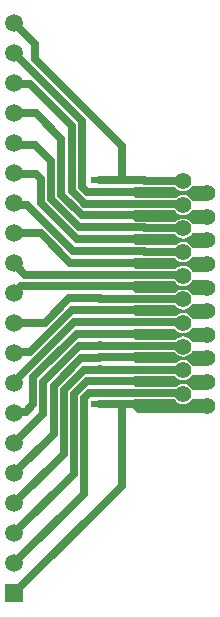
<source format=gtl>
G04*
G04 #@! TF.GenerationSoftware,Altium Limited,Altium Designer,20.1.7 (139)*
G04*
G04 Layer_Physical_Order=1*
G04 Layer_Color=255*
%FSLAX25Y25*%
%MOIN*%
G70*
G04*
G04 #@! TF.SameCoordinates,17503974-A5A2-4C32-8372-7ECB8DF3FFA4*
G04*
G04*
G04 #@! TF.FilePolarity,Positive*
G04*
G01*
G75*
%ADD10C,0.00984*%
%ADD19R,0.06496X0.02362*%
%ADD20R,0.07284X0.02362*%
%ADD21C,0.02756*%
%ADD22R,0.05906X0.05906*%
%ADD23C,0.05906*%
%ADD24C,0.05512*%
G36*
X35433Y-2953D02*
X12795D01*
X10827Y-984D01*
Y984D01*
X11535Y1693D01*
X24987D01*
X25420Y1128D01*
X26127Y586D01*
X26951Y245D01*
X27835Y128D01*
X28719Y245D01*
X29542Y586D01*
X30249Y1128D01*
X30792Y1836D01*
X30847Y1969D01*
X35433D01*
Y-2953D01*
D02*
G37*
G36*
Y4921D02*
X30929D01*
X30792Y5251D01*
X30249Y5958D01*
X29542Y6501D01*
X28719Y6842D01*
X27835Y6958D01*
X26951Y6842D01*
X26127Y6501D01*
X25420Y5958D01*
X25289Y5787D01*
X11929D01*
X10827Y6890D01*
X10827D01*
Y8858D01*
X11535Y9567D01*
X24987D01*
X25420Y9003D01*
X26127Y8460D01*
X26951Y8119D01*
X27835Y8002D01*
X28719Y8119D01*
X29542Y8460D01*
X30249Y9003D01*
X30792Y9710D01*
X30847Y9843D01*
X35433D01*
Y4921D01*
D02*
G37*
G36*
Y20669D02*
X30929D01*
X30792Y20999D01*
X30249Y21706D01*
X29542Y22249D01*
X28719Y22590D01*
X27835Y22706D01*
X26951Y22590D01*
X26127Y22249D01*
X25420Y21706D01*
X25289Y21535D01*
X11929D01*
X10827Y22638D01*
Y24606D01*
X11535Y25315D01*
X24987D01*
X25420Y24751D01*
X26127Y24208D01*
X26951Y23867D01*
X27835Y23750D01*
X28719Y23867D01*
X29542Y24208D01*
X30249Y24751D01*
X30792Y25458D01*
X30847Y25591D01*
X35433D01*
Y20669D01*
D02*
G37*
G36*
Y12795D02*
X30929D01*
X30792Y13125D01*
X30249Y13832D01*
X29542Y14375D01*
X28719Y14716D01*
X27835Y14832D01*
X26951Y14716D01*
X26127Y14375D01*
X25420Y13832D01*
X25289Y13661D01*
X11929D01*
X10827Y14764D01*
Y16732D01*
X11535Y17441D01*
X24987D01*
X25420Y16876D01*
X26127Y16334D01*
X26951Y15993D01*
X27835Y15876D01*
X28719Y15993D01*
X29542Y16334D01*
X30249Y16876D01*
X30792Y17584D01*
X30847Y17717D01*
X35433D01*
Y12795D01*
D02*
G37*
G36*
Y28543D02*
X30929D01*
X30792Y28873D01*
X30249Y29580D01*
X29542Y30123D01*
X28719Y30464D01*
X27835Y30580D01*
X26951Y30464D01*
X26127Y30123D01*
X25420Y29580D01*
X25289Y29409D01*
X11929D01*
X10827Y30512D01*
Y32480D01*
X11535Y33189D01*
X24987D01*
X25420Y32625D01*
X26127Y32082D01*
X26951Y31741D01*
X27835Y31624D01*
X28719Y31741D01*
X29542Y32082D01*
X30249Y32625D01*
X30792Y33332D01*
X30847Y33465D01*
X35433D01*
Y28543D01*
D02*
G37*
G36*
Y44291D02*
X30929D01*
X30792Y44621D01*
X30249Y45328D01*
X29542Y45871D01*
X28719Y46212D01*
X27835Y46328D01*
X26951Y46212D01*
X26127Y45871D01*
X25420Y45328D01*
X25289Y45158D01*
X11929D01*
X10827Y46260D01*
Y48228D01*
X11535Y48937D01*
X24987D01*
X25420Y48373D01*
X26127Y47830D01*
X26951Y47489D01*
X27835Y47372D01*
X28719Y47489D01*
X29542Y47830D01*
X30249Y48373D01*
X30792Y49080D01*
X30847Y49213D01*
X35433D01*
Y44291D01*
D02*
G37*
G36*
Y36417D02*
X30929D01*
X30792Y36747D01*
X30249Y37454D01*
X29542Y37997D01*
X28719Y38338D01*
X27835Y38454D01*
X26951Y38338D01*
X26127Y37997D01*
X25420Y37454D01*
X25289Y37283D01*
X11929D01*
X10827Y38386D01*
Y40354D01*
X11535Y41063D01*
X24987D01*
X25420Y40499D01*
X26127Y39956D01*
X26951Y39615D01*
X27835Y39498D01*
X28719Y39615D01*
X29542Y39956D01*
X30249Y40499D01*
X30792Y41206D01*
X30847Y41339D01*
X35433D01*
Y36417D01*
D02*
G37*
G36*
Y52165D02*
X30929D01*
X30792Y52495D01*
X30249Y53202D01*
X29542Y53745D01*
X28719Y54086D01*
X27835Y54202D01*
X26951Y54086D01*
X26127Y53745D01*
X25420Y53202D01*
X25289Y53031D01*
X11929D01*
X10827Y54134D01*
Y56102D01*
X11535Y56811D01*
X24987D01*
X25420Y56247D01*
X26127Y55704D01*
X26951Y55363D01*
X27835Y55246D01*
X28719Y55363D01*
X29542Y55704D01*
X30249Y56247D01*
X30792Y56954D01*
X30847Y57087D01*
X35433D01*
Y52165D01*
D02*
G37*
G36*
Y67913D02*
X30929D01*
X30792Y68243D01*
X30249Y68950D01*
X29542Y69493D01*
X28719Y69834D01*
X27835Y69950D01*
X26951Y69834D01*
X26127Y69493D01*
X25420Y68950D01*
X25289Y68779D01*
X11929D01*
X10827Y69882D01*
Y71850D01*
X11535Y72559D01*
X24987D01*
X25420Y71995D01*
X26127Y71452D01*
X26951Y71111D01*
X27835Y70994D01*
X28719Y71111D01*
X29542Y71452D01*
X30249Y71995D01*
X30792Y72702D01*
X30847Y72835D01*
X35433D01*
Y67913D01*
D02*
G37*
G36*
Y60039D02*
X30929D01*
X30792Y60369D01*
X30249Y61076D01*
X29542Y61619D01*
X28719Y61960D01*
X27835Y62076D01*
X26951Y61960D01*
X26127Y61619D01*
X25420Y61076D01*
X25289Y60905D01*
X11929D01*
X10827Y62008D01*
Y63976D01*
X11535Y64685D01*
X24987D01*
X25420Y64121D01*
X26127Y63578D01*
X26951Y63237D01*
X27835Y63120D01*
X28719Y63237D01*
X29542Y63578D01*
X30249Y64121D01*
X30792Y64828D01*
X30847Y64961D01*
X35433D01*
Y60039D01*
D02*
G37*
D10*
X14764Y7874D02*
X23622D01*
X24016Y7480D02*
X35709D01*
X23622Y7874D02*
X24016Y7480D01*
X14764Y15748D02*
X14764Y15748D01*
X22638D01*
X23031Y15354D02*
X35709D01*
X22638Y15748D02*
X23031Y15354D01*
X23622Y31496D02*
X24016Y31102D01*
X14764Y31496D02*
X23622D01*
X24016Y31102D02*
X35709D01*
X17264Y39370D02*
X21654D01*
X22047Y38976D02*
X35709D01*
X21654Y39370D02*
X22047Y38976D01*
X14764Y47244D02*
X23622D01*
X24016Y46850D02*
X35709D01*
X23622Y47244D02*
X24016Y46850D01*
X14764Y55118D02*
X14764Y55118D01*
X21654D01*
X22047Y54724D02*
X35709D01*
X21654Y55118D02*
X22047Y54724D01*
X14764Y62992D02*
X21654D01*
X22047Y62598D02*
X35709D01*
X21654Y62992D02*
X22047Y62598D01*
X17264Y70866D02*
X23622D01*
X24016Y70473D02*
X35709D01*
X23622Y70866D02*
X24016Y70473D01*
D19*
X0Y74803D02*
D03*
Y70866D02*
D03*
Y66929D02*
D03*
Y62992D02*
D03*
Y59055D02*
D03*
Y55118D02*
D03*
Y51181D02*
D03*
Y47244D02*
D03*
Y43307D02*
D03*
Y39370D02*
D03*
Y35433D02*
D03*
Y31496D02*
D03*
Y27559D02*
D03*
Y23622D02*
D03*
Y19685D02*
D03*
Y15748D02*
D03*
Y11811D02*
D03*
Y7874D02*
D03*
Y3937D02*
D03*
Y0D02*
D03*
D20*
X14764Y74803D02*
D03*
Y70866D02*
D03*
Y66929D02*
D03*
Y62992D02*
D03*
Y59055D02*
D03*
Y55118D02*
D03*
Y51181D02*
D03*
Y47244D02*
D03*
Y43307D02*
D03*
Y39370D02*
D03*
Y35433D02*
D03*
Y31496D02*
D03*
Y27559D02*
D03*
Y23622D02*
D03*
Y19685D02*
D03*
Y15748D02*
D03*
Y11811D02*
D03*
Y7874D02*
D03*
Y3937D02*
D03*
Y0D02*
D03*
D21*
X197Y35236D02*
X27638D01*
X197Y27362D02*
X27638D01*
X197Y19488D02*
X27638D01*
X197Y11614D02*
X27638D01*
X197Y3740D02*
X27638D01*
X197Y43110D02*
X27638D01*
X14764Y0D02*
X14764Y0D01*
X22638D01*
X35181Y-921D02*
X35709Y-394D01*
X30107Y-921D02*
X35181D01*
X29808Y-1221D02*
X30107Y-921D01*
X23858Y-1221D02*
X29808D01*
X22638Y0D02*
X23858Y-1221D01*
X0Y3937D02*
X197Y3740D01*
X27638D02*
X27835Y3543D01*
X0Y7874D02*
X14764D01*
X0Y11811D02*
X197Y11614D01*
X27638D02*
X27835Y11417D01*
X0Y15748D02*
X14764D01*
X0Y19685D02*
X197Y19488D01*
X27638D02*
X27835Y19291D01*
X0Y23622D02*
X14764D01*
X0Y27559D02*
X197Y27362D01*
X27638D02*
X27835Y27165D01*
X0Y31496D02*
X14764D01*
X0Y35433D02*
X197Y35236D01*
X27638D02*
X27835Y35039D01*
X-28543Y27008D02*
X-28335Y27217D01*
X-18358D01*
X-10142Y35433D02*
X0D01*
X-18358Y27217D02*
X-10142Y35433D01*
X-28543Y17008D02*
X-27941Y17610D01*
X-23176D01*
X-9291Y31496D02*
X0D01*
X-23176Y17610D02*
X-9291Y31496D01*
X-8439Y27559D02*
X0D01*
X-28543Y7455D02*
X-8439Y27559D01*
X-28543Y7008D02*
Y7455D01*
Y-2992D02*
X-27941Y-2389D01*
X-24575D01*
X-22185Y0D01*
X-7588Y23622D02*
X0D01*
X-22185Y9025D02*
X-7588Y23622D01*
X-22185Y0D02*
Y9025D01*
X-28543Y-12992D02*
X-18799Y-3248D01*
X-197Y19488D02*
X0Y19685D01*
X-6934Y19488D02*
X-197D01*
X-18799Y7623D02*
X-6934Y19488D01*
X-18799Y-3248D02*
Y7623D01*
X-28543Y-22992D02*
X-15413Y-9862D01*
X-197Y15551D02*
X0Y15748D01*
X-6082Y15551D02*
X-197D01*
X-15413Y6220D02*
X-6082Y15551D01*
X-15413Y-9862D02*
Y6220D01*
X-28543Y-32992D02*
X-12028Y-16476D01*
X-197Y11614D02*
X0Y11811D01*
X-5231Y11614D02*
X-197D01*
X-12028Y4818D02*
X-5231Y11614D01*
X-12028Y-16476D02*
Y4818D01*
X-28543Y-42992D02*
X-8642Y-23090D01*
X-197Y7677D02*
X0Y7874D01*
X-4380Y7677D02*
X-197D01*
X-8642Y3415D02*
X-4380Y7677D01*
X-8642Y-23090D02*
Y3415D01*
X-5256Y2013D02*
X-3528Y3740D01*
X-197D01*
X0Y3937D01*
X-5256Y-29705D02*
Y2013D01*
X-28543Y-52992D02*
X-5256Y-29705D01*
X7382Y0D02*
X14764D01*
X0D02*
X7382D01*
X-28543Y-62992D02*
X7382Y-27067D01*
Y0D01*
X-8858Y51181D02*
X0D01*
X-27941Y66405D02*
X-24082D01*
X-8858Y51181D01*
X-28543Y57008D02*
X-19606D01*
X-9843Y47244D01*
X0D01*
X14764D01*
X0Y51181D02*
X14764D01*
X0Y43307D02*
X197Y43110D01*
X27638D02*
X27835Y42913D01*
X14764Y51181D02*
X14961Y50984D01*
X27638D01*
X27835Y50787D01*
X14764Y59055D02*
X14961Y58858D01*
X27638D01*
X27835Y58661D01*
X-28543Y67008D02*
X-27941Y66405D01*
X0Y55118D02*
X14764D01*
X-19685Y67062D02*
X-7741Y55118D01*
X0D01*
Y59055D02*
X14764D01*
X-19685Y67062D02*
Y75157D01*
X-28307Y76772D02*
X-21299D01*
X-6890Y59055D02*
X0D01*
X-16299Y68465D02*
X-6890Y59055D01*
X-21457Y86417D02*
X-16299Y81260D01*
Y68465D02*
Y81260D01*
X-21299Y76772D02*
X-19685Y75157D01*
X-28543Y77008D02*
X-28307Y76772D01*
X-28543Y87008D02*
X-27953Y86417D01*
X-21457D01*
X-5994Y62992D02*
X0D01*
X-12795Y69794D02*
X-5994Y62992D01*
X14764Y74803D02*
X14961Y74606D01*
X27638D01*
X27835Y74410D01*
X0Y62992D02*
X14764D01*
X-12795Y69794D02*
Y88583D01*
X-5906Y72480D02*
Y94370D01*
Y72480D02*
X-4291Y70866D01*
X-9291Y71078D02*
Y92953D01*
X-4291Y70866D02*
X-0D01*
X-9291Y71078D02*
X-5339Y67126D01*
X-0Y70866D02*
X0Y70866D01*
X-21220Y97008D02*
X-12795Y88583D01*
X-23137Y106799D02*
X-9291Y92953D01*
X-28543Y117008D02*
X-5906Y94370D01*
X-28543Y97008D02*
X-21220D01*
X-28543Y107008D02*
X-28334Y106799D01*
X-23137D01*
X-21654Y115157D02*
X7382Y86122D01*
X-21654Y115157D02*
Y120118D01*
X7382Y78248D02*
Y86122D01*
Y74803D02*
X14764D01*
X0D02*
X7382D01*
X-28543Y127008D02*
X-21654Y120118D01*
X7382Y74803D02*
Y78248D01*
X-0Y70866D02*
X14764D01*
X14764Y66929D02*
X27441D01*
X-5142D02*
X14764D01*
X-5339Y67126D02*
X-5142Y66929D01*
X-28543Y47008D02*
X-24843Y43307D01*
X0D01*
X-26181Y39370D02*
X14764D01*
X-28543Y37008D02*
X-26181Y39370D01*
D22*
X-28543Y-62992D02*
D03*
D23*
Y-52992D02*
D03*
Y-42992D02*
D03*
Y-32992D02*
D03*
Y-22992D02*
D03*
Y-12992D02*
D03*
Y-2992D02*
D03*
Y7008D02*
D03*
Y17008D02*
D03*
Y27008D02*
D03*
Y37008D02*
D03*
Y47008D02*
D03*
Y57008D02*
D03*
Y67008D02*
D03*
Y77008D02*
D03*
Y87008D02*
D03*
Y97008D02*
D03*
Y107008D02*
D03*
Y117008D02*
D03*
Y127008D02*
D03*
D24*
X27835Y74410D02*
D03*
X35709Y70473D02*
D03*
X27835Y66535D02*
D03*
X35709Y62598D02*
D03*
X27835Y58661D02*
D03*
X35709Y54724D02*
D03*
X27835Y50787D02*
D03*
X35709Y46850D02*
D03*
X27835Y42913D02*
D03*
X35709Y38976D02*
D03*
X27835Y35039D02*
D03*
X35709Y31102D02*
D03*
X27835Y27165D02*
D03*
X35709Y23228D02*
D03*
X27835Y19291D02*
D03*
X35709Y15354D02*
D03*
X27835Y11417D02*
D03*
X35709Y7480D02*
D03*
X27835Y3543D02*
D03*
X35709Y-394D02*
D03*
M02*

</source>
